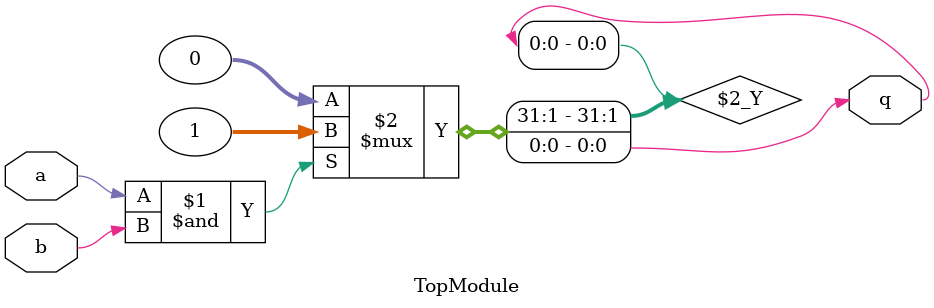
<source format=sv>

module TopModule (
  input a,
  input b,
  output q
);

  assign q = (a & b) ? 1 : 0;

endmodule

// VERILOG-EVAL: errant inclusion of module definition

</source>
